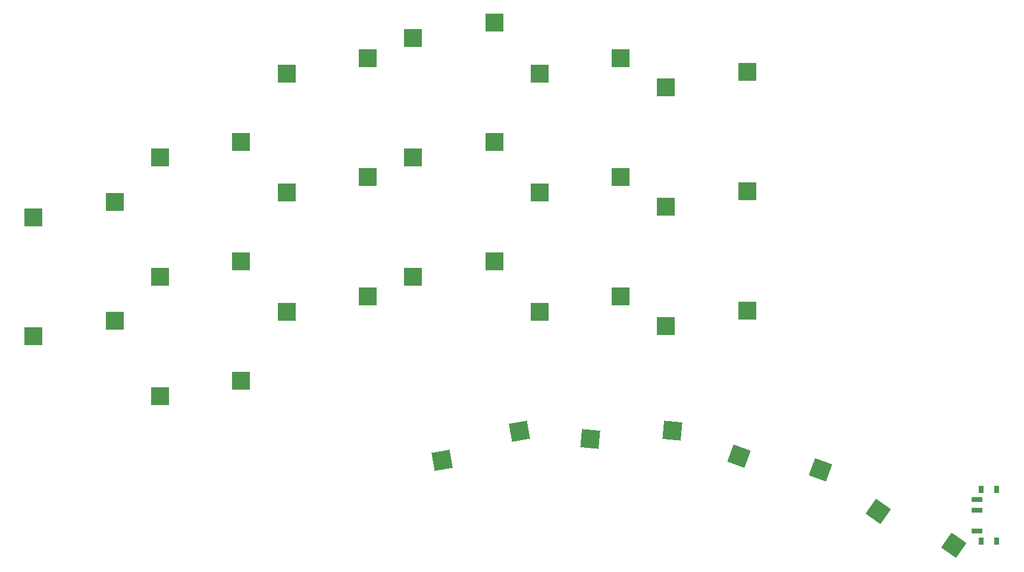
<source format=gbr>
%TF.GenerationSoftware,KiCad,Pcbnew,7.0.1-0*%
%TF.CreationDate,2025-04-04T15:19:30+02:00*%
%TF.ProjectId,nantor,6e616e74-6f72-42e6-9b69-6361645f7063,rev?*%
%TF.SameCoordinates,Original*%
%TF.FileFunction,Paste,Top*%
%TF.FilePolarity,Positive*%
%FSLAX46Y46*%
G04 Gerber Fmt 4.6, Leading zero omitted, Abs format (unit mm)*
G04 Created by KiCad (PCBNEW 7.0.1-0) date 2025-04-04 15:19:30*
%MOMM*%
%LPD*%
G01*
G04 APERTURE LIST*
G04 Aperture macros list*
%AMRotRect*
0 Rectangle, with rotation*
0 The origin of the aperture is its center*
0 $1 length*
0 $2 width*
0 $3 Rotation angle, in degrees counterclockwise*
0 Add horizontal line*
21,1,$1,$2,0,0,$3*%
G04 Aperture macros list end*
%ADD10R,2.600000X2.600000*%
%ADD11RotRect,2.600000X2.600000X355.000000*%
%ADD12RotRect,2.600000X2.600000X340.000000*%
%ADD13R,0.800000X1.000000*%
%ADD14R,1.500000X0.700000*%
%ADD15RotRect,2.600000X2.600000X10.000000*%
%ADD16RotRect,2.600000X2.600000X325.000000*%
G04 APERTURE END LIST*
D10*
%TO.C,KS12*%
X171781983Y-75327968D03*
X160231983Y-77527968D03*
%TD*%
%TO.C,KS2*%
X99781983Y-68327968D03*
X88231983Y-70527968D03*
%TD*%
%TO.C,KS3*%
X117781983Y-56327968D03*
X106231983Y-58527968D03*
%TD*%
D11*
%TO.C,KS19*%
X161176114Y-109457077D03*
X149478323Y-110642056D03*
%TD*%
D10*
%TO.C,KS4*%
X135781983Y-51327968D03*
X124231983Y-53527968D03*
%TD*%
%TO.C,KS17*%
X171781983Y-92327968D03*
X160231983Y-94527968D03*
%TD*%
%TO.C,KS11*%
X153781983Y-73327968D03*
X142231983Y-75527968D03*
%TD*%
%TO.C,KS16*%
X153781983Y-90327968D03*
X142231983Y-92527968D03*
%TD*%
%TO.C,KS1*%
X81781983Y-76827968D03*
X70231983Y-79027968D03*
%TD*%
%TO.C,KS7*%
X81781983Y-93827968D03*
X70231983Y-96027968D03*
%TD*%
D12*
%TO.C,KS20*%
X182259513Y-115006945D03*
X170653619Y-113123936D03*
%TD*%
D10*
%TO.C,KS5*%
X153781983Y-56327968D03*
X142231983Y-58527968D03*
%TD*%
D13*
%TO.C,SW1*%
X205096699Y-125159898D03*
X207306699Y-125159898D03*
X205096699Y-117859898D03*
X207306699Y-117859898D03*
D14*
X204446699Y-123759898D03*
X204446699Y-120759898D03*
X204446699Y-119259898D03*
%TD*%
D10*
%TO.C,KS6*%
X171781983Y-58327968D03*
X160231983Y-60527968D03*
%TD*%
%TO.C,KS13*%
X99781983Y-102327968D03*
X88231983Y-104527968D03*
%TD*%
%TO.C,KS14*%
X117781983Y-90327968D03*
X106231983Y-92527968D03*
%TD*%
D15*
%TO.C,KS18*%
X139375039Y-109553696D03*
X128382535Y-113725910D03*
%TD*%
D10*
%TO.C,KS10*%
X135781983Y-68327968D03*
X124231983Y-70527968D03*
%TD*%
%TO.C,KS15*%
X135781983Y-85327968D03*
X124231983Y-87527968D03*
%TD*%
D16*
%TO.C,KS21*%
X201188503Y-125824508D03*
X190465428Y-121001835D03*
%TD*%
D10*
%TO.C,KS9*%
X117781983Y-73327968D03*
X106231983Y-75527968D03*
%TD*%
%TO.C,KS8*%
X99781983Y-85327968D03*
X88231983Y-87527968D03*
%TD*%
M02*

</source>
